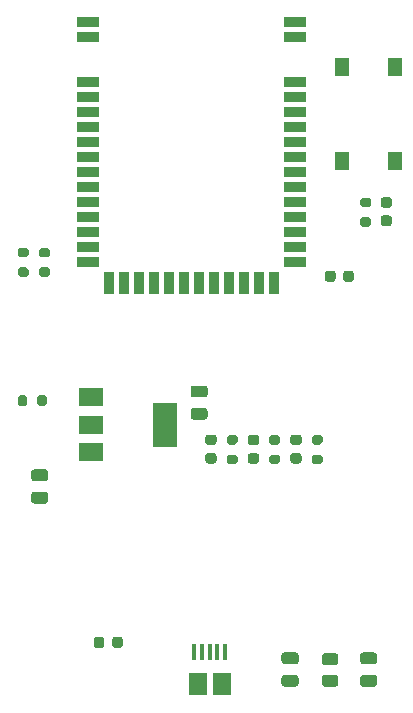
<source format=gbr>
%TF.GenerationSoftware,KiCad,Pcbnew,(5.1.10)-1*%
%TF.CreationDate,2022-01-17T18:11:01+07:00*%
%TF.ProjectId,CC2640R2F Module,43433236-3430-4523-9246-204d6f64756c,rev?*%
%TF.SameCoordinates,Original*%
%TF.FileFunction,Paste,Top*%
%TF.FilePolarity,Positive*%
%FSLAX46Y46*%
G04 Gerber Fmt 4.6, Leading zero omitted, Abs format (unit mm)*
G04 Created by KiCad (PCBNEW (5.1.10)-1) date 2022-01-17 18:11:01*
%MOMM*%
%LPD*%
G01*
G04 APERTURE LIST*
%ADD10R,1.500000X1.900000*%
%ADD11R,0.400000X1.350000*%
%ADD12R,2.000000X1.500000*%
%ADD13R,2.000000X3.800000*%
%ADD14R,1.300000X1.550000*%
%ADD15R,1.900000X0.900000*%
%ADD16R,0.900000X1.900000*%
G04 APERTURE END LIST*
D10*
%TO.C,JTAG CONNECTOR*%
X124800000Y-69250000D03*
D11*
X125800000Y-66550000D03*
X126450000Y-66550000D03*
X127100000Y-66550000D03*
X124500000Y-66550000D03*
X125150000Y-66550000D03*
D10*
X126800000Y-69250000D03*
%TD*%
D12*
%TO.C,U1*%
X115750000Y-45000000D03*
X115750000Y-49600000D03*
X115750000Y-47300000D03*
D13*
X122050000Y-47300000D03*
%TD*%
D14*
%TO.C,SW1*%
X141500000Y-17050000D03*
X137000000Y-17050000D03*
X137000000Y-25000000D03*
X141500000Y-25000000D03*
%TD*%
%TO.C,R34*%
G36*
G01*
X136450001Y-67687500D02*
X135549999Y-67687500D01*
G75*
G02*
X135300000Y-67437501I0J249999D01*
G01*
X135300000Y-66912499D01*
G75*
G02*
X135549999Y-66662500I249999J0D01*
G01*
X136450001Y-66662500D01*
G75*
G02*
X136700000Y-66912499I0J-249999D01*
G01*
X136700000Y-67437501D01*
G75*
G02*
X136450001Y-67687500I-249999J0D01*
G01*
G37*
G36*
G01*
X136450001Y-69512500D02*
X135549999Y-69512500D01*
G75*
G02*
X135300000Y-69262501I0J249999D01*
G01*
X135300000Y-68737499D01*
G75*
G02*
X135549999Y-68487500I249999J0D01*
G01*
X136450001Y-68487500D01*
G75*
G02*
X136700000Y-68737499I0J-249999D01*
G01*
X136700000Y-69262501D01*
G75*
G02*
X136450001Y-69512500I-249999J0D01*
G01*
G37*
%TD*%
%TO.C,R14*%
G36*
G01*
X109725000Y-34000000D02*
X110275000Y-34000000D01*
G75*
G02*
X110475000Y-34200000I0J-200000D01*
G01*
X110475000Y-34600000D01*
G75*
G02*
X110275000Y-34800000I-200000J0D01*
G01*
X109725000Y-34800000D01*
G75*
G02*
X109525000Y-34600000I0J200000D01*
G01*
X109525000Y-34200000D01*
G75*
G02*
X109725000Y-34000000I200000J0D01*
G01*
G37*
G36*
G01*
X109725000Y-32350000D02*
X110275000Y-32350000D01*
G75*
G02*
X110475000Y-32550000I0J-200000D01*
G01*
X110475000Y-32950000D01*
G75*
G02*
X110275000Y-33150000I-200000J0D01*
G01*
X109725000Y-33150000D01*
G75*
G02*
X109525000Y-32950000I0J200000D01*
G01*
X109525000Y-32550000D01*
G75*
G02*
X109725000Y-32350000I200000J0D01*
G01*
G37*
%TD*%
%TO.C,R13*%
G36*
G01*
X111525000Y-34000000D02*
X112075000Y-34000000D01*
G75*
G02*
X112275000Y-34200000I0J-200000D01*
G01*
X112275000Y-34600000D01*
G75*
G02*
X112075000Y-34800000I-200000J0D01*
G01*
X111525000Y-34800000D01*
G75*
G02*
X111325000Y-34600000I0J200000D01*
G01*
X111325000Y-34200000D01*
G75*
G02*
X111525000Y-34000000I200000J0D01*
G01*
G37*
G36*
G01*
X111525000Y-32350000D02*
X112075000Y-32350000D01*
G75*
G02*
X112275000Y-32550000I0J-200000D01*
G01*
X112275000Y-32950000D01*
G75*
G02*
X112075000Y-33150000I-200000J0D01*
G01*
X111525000Y-33150000D01*
G75*
G02*
X111325000Y-32950000I0J200000D01*
G01*
X111325000Y-32550000D01*
G75*
G02*
X111525000Y-32350000I200000J0D01*
G01*
G37*
%TD*%
%TO.C,R11*%
G36*
G01*
X138725000Y-29750000D02*
X139275000Y-29750000D01*
G75*
G02*
X139475000Y-29950000I0J-200000D01*
G01*
X139475000Y-30350000D01*
G75*
G02*
X139275000Y-30550000I-200000J0D01*
G01*
X138725000Y-30550000D01*
G75*
G02*
X138525000Y-30350000I0J200000D01*
G01*
X138525000Y-29950000D01*
G75*
G02*
X138725000Y-29750000I200000J0D01*
G01*
G37*
G36*
G01*
X138725000Y-28100000D02*
X139275000Y-28100000D01*
G75*
G02*
X139475000Y-28300000I0J-200000D01*
G01*
X139475000Y-28700000D01*
G75*
G02*
X139275000Y-28900000I-200000J0D01*
G01*
X138725000Y-28900000D01*
G75*
G02*
X138525000Y-28700000I0J200000D01*
G01*
X138525000Y-28300000D01*
G75*
G02*
X138725000Y-28100000I200000J0D01*
G01*
G37*
%TD*%
%TO.C,R9*%
G36*
G01*
X127975000Y-48995000D02*
X127425000Y-48995000D01*
G75*
G02*
X127225000Y-48795000I0J200000D01*
G01*
X127225000Y-48395000D01*
G75*
G02*
X127425000Y-48195000I200000J0D01*
G01*
X127975000Y-48195000D01*
G75*
G02*
X128175000Y-48395000I0J-200000D01*
G01*
X128175000Y-48795000D01*
G75*
G02*
X127975000Y-48995000I-200000J0D01*
G01*
G37*
G36*
G01*
X127975000Y-50645000D02*
X127425000Y-50645000D01*
G75*
G02*
X127225000Y-50445000I0J200000D01*
G01*
X127225000Y-50045000D01*
G75*
G02*
X127425000Y-49845000I200000J0D01*
G01*
X127975000Y-49845000D01*
G75*
G02*
X128175000Y-50045000I0J-200000D01*
G01*
X128175000Y-50445000D01*
G75*
G02*
X127975000Y-50645000I-200000J0D01*
G01*
G37*
%TD*%
%TO.C,R8*%
G36*
G01*
X131575000Y-48995000D02*
X131025000Y-48995000D01*
G75*
G02*
X130825000Y-48795000I0J200000D01*
G01*
X130825000Y-48395000D01*
G75*
G02*
X131025000Y-48195000I200000J0D01*
G01*
X131575000Y-48195000D01*
G75*
G02*
X131775000Y-48395000I0J-200000D01*
G01*
X131775000Y-48795000D01*
G75*
G02*
X131575000Y-48995000I-200000J0D01*
G01*
G37*
G36*
G01*
X131575000Y-50645000D02*
X131025000Y-50645000D01*
G75*
G02*
X130825000Y-50445000I0J200000D01*
G01*
X130825000Y-50045000D01*
G75*
G02*
X131025000Y-49845000I200000J0D01*
G01*
X131575000Y-49845000D01*
G75*
G02*
X131775000Y-50045000I0J-200000D01*
G01*
X131775000Y-50445000D01*
G75*
G02*
X131575000Y-50645000I-200000J0D01*
G01*
G37*
%TD*%
%TO.C,R7*%
G36*
G01*
X135175000Y-48995000D02*
X134625000Y-48995000D01*
G75*
G02*
X134425000Y-48795000I0J200000D01*
G01*
X134425000Y-48395000D01*
G75*
G02*
X134625000Y-48195000I200000J0D01*
G01*
X135175000Y-48195000D01*
G75*
G02*
X135375000Y-48395000I0J-200000D01*
G01*
X135375000Y-48795000D01*
G75*
G02*
X135175000Y-48995000I-200000J0D01*
G01*
G37*
G36*
G01*
X135175000Y-50645000D02*
X134625000Y-50645000D01*
G75*
G02*
X134425000Y-50445000I0J200000D01*
G01*
X134425000Y-50045000D01*
G75*
G02*
X134625000Y-49845000I200000J0D01*
G01*
X135175000Y-49845000D01*
G75*
G02*
X135375000Y-50045000I0J-200000D01*
G01*
X135375000Y-50445000D01*
G75*
G02*
X135175000Y-50645000I-200000J0D01*
G01*
G37*
%TD*%
%TO.C,R1*%
G36*
G01*
X111200000Y-45575000D02*
X111200000Y-45025000D01*
G75*
G02*
X111400000Y-44825000I200000J0D01*
G01*
X111800000Y-44825000D01*
G75*
G02*
X112000000Y-45025000I0J-200000D01*
G01*
X112000000Y-45575000D01*
G75*
G02*
X111800000Y-45775000I-200000J0D01*
G01*
X111400000Y-45775000D01*
G75*
G02*
X111200000Y-45575000I0J200000D01*
G01*
G37*
G36*
G01*
X109550000Y-45575000D02*
X109550000Y-45025000D01*
G75*
G02*
X109750000Y-44825000I200000J0D01*
G01*
X110150000Y-44825000D01*
G75*
G02*
X110350000Y-45025000I0J-200000D01*
G01*
X110350000Y-45575000D01*
G75*
G02*
X110150000Y-45775000I-200000J0D01*
G01*
X109750000Y-45775000D01*
G75*
G02*
X109550000Y-45575000I0J200000D01*
G01*
G37*
%TD*%
D15*
%TO.C,M1*%
X132980000Y-13240000D03*
X132980000Y-14510000D03*
X132980000Y-18320000D03*
X132980000Y-19590000D03*
X132980000Y-20860000D03*
X132980000Y-22130000D03*
X132980000Y-23400000D03*
X132980000Y-24670000D03*
X132980000Y-25940000D03*
X132980000Y-27210000D03*
X132980000Y-28480000D03*
X132980000Y-29750000D03*
X132980000Y-31020000D03*
X132980000Y-32290000D03*
X115480000Y-13250000D03*
X115480000Y-14520000D03*
X115480000Y-18330000D03*
X115480000Y-19600000D03*
X115480000Y-20870000D03*
X115480000Y-22140000D03*
X115480000Y-23410000D03*
X115480000Y-24680000D03*
X115480000Y-25950000D03*
X115480000Y-27220000D03*
X115480000Y-28490000D03*
X115480000Y-29760000D03*
X115480000Y-31030000D03*
X115480000Y-32300000D03*
X115480000Y-33570000D03*
D16*
X117230000Y-35330000D03*
X118500000Y-35330000D03*
X119770000Y-35330000D03*
X121040000Y-35330000D03*
X122310000Y-35330000D03*
X123580000Y-35330000D03*
X124850000Y-35330000D03*
X126120000Y-35330000D03*
X127390000Y-35330000D03*
X128660000Y-35330000D03*
X129930000Y-35330000D03*
X131200000Y-35330000D03*
D15*
X132980000Y-33560000D03*
%TD*%
%TO.C,L3*%
G36*
G01*
X116862500Y-65493750D02*
X116862500Y-66006250D01*
G75*
G02*
X116643750Y-66225000I-218750J0D01*
G01*
X116206250Y-66225000D01*
G75*
G02*
X115987500Y-66006250I0J218750D01*
G01*
X115987500Y-65493750D01*
G75*
G02*
X116206250Y-65275000I218750J0D01*
G01*
X116643750Y-65275000D01*
G75*
G02*
X116862500Y-65493750I0J-218750D01*
G01*
G37*
G36*
G01*
X118437500Y-65493750D02*
X118437500Y-66006250D01*
G75*
G02*
X118218750Y-66225000I-218750J0D01*
G01*
X117781250Y-66225000D01*
G75*
G02*
X117562500Y-66006250I0J218750D01*
G01*
X117562500Y-65493750D01*
G75*
G02*
X117781250Y-65275000I218750J0D01*
G01*
X118218750Y-65275000D01*
G75*
G02*
X118437500Y-65493750I0J-218750D01*
G01*
G37*
%TD*%
%TO.C,D5*%
G36*
G01*
X126156250Y-49030000D02*
X125643750Y-49030000D01*
G75*
G02*
X125425000Y-48811250I0J218750D01*
G01*
X125425000Y-48373750D01*
G75*
G02*
X125643750Y-48155000I218750J0D01*
G01*
X126156250Y-48155000D01*
G75*
G02*
X126375000Y-48373750I0J-218750D01*
G01*
X126375000Y-48811250D01*
G75*
G02*
X126156250Y-49030000I-218750J0D01*
G01*
G37*
G36*
G01*
X126156250Y-50605000D02*
X125643750Y-50605000D01*
G75*
G02*
X125425000Y-50386250I0J218750D01*
G01*
X125425000Y-49948750D01*
G75*
G02*
X125643750Y-49730000I218750J0D01*
G01*
X126156250Y-49730000D01*
G75*
G02*
X126375000Y-49948750I0J-218750D01*
G01*
X126375000Y-50386250D01*
G75*
G02*
X126156250Y-50605000I-218750J0D01*
G01*
G37*
%TD*%
%TO.C,D4*%
G36*
G01*
X129756250Y-49030000D02*
X129243750Y-49030000D01*
G75*
G02*
X129025000Y-48811250I0J218750D01*
G01*
X129025000Y-48373750D01*
G75*
G02*
X129243750Y-48155000I218750J0D01*
G01*
X129756250Y-48155000D01*
G75*
G02*
X129975000Y-48373750I0J-218750D01*
G01*
X129975000Y-48811250D01*
G75*
G02*
X129756250Y-49030000I-218750J0D01*
G01*
G37*
G36*
G01*
X129756250Y-50605000D02*
X129243750Y-50605000D01*
G75*
G02*
X129025000Y-50386250I0J218750D01*
G01*
X129025000Y-49948750D01*
G75*
G02*
X129243750Y-49730000I218750J0D01*
G01*
X129756250Y-49730000D01*
G75*
G02*
X129975000Y-49948750I0J-218750D01*
G01*
X129975000Y-50386250D01*
G75*
G02*
X129756250Y-50605000I-218750J0D01*
G01*
G37*
%TD*%
%TO.C,D3*%
G36*
G01*
X133356250Y-49030000D02*
X132843750Y-49030000D01*
G75*
G02*
X132625000Y-48811250I0J218750D01*
G01*
X132625000Y-48373750D01*
G75*
G02*
X132843750Y-48155000I218750J0D01*
G01*
X133356250Y-48155000D01*
G75*
G02*
X133575000Y-48373750I0J-218750D01*
G01*
X133575000Y-48811250D01*
G75*
G02*
X133356250Y-49030000I-218750J0D01*
G01*
G37*
G36*
G01*
X133356250Y-50605000D02*
X132843750Y-50605000D01*
G75*
G02*
X132625000Y-50386250I0J218750D01*
G01*
X132625000Y-49948750D01*
G75*
G02*
X132843750Y-49730000I218750J0D01*
G01*
X133356250Y-49730000D01*
G75*
G02*
X133575000Y-49948750I0J-218750D01*
G01*
X133575000Y-50386250D01*
G75*
G02*
X133356250Y-50605000I-218750J0D01*
G01*
G37*
%TD*%
%TO.C,C24*%
G36*
G01*
X138775000Y-68500000D02*
X139725000Y-68500000D01*
G75*
G02*
X139975000Y-68750000I0J-250000D01*
G01*
X139975000Y-69250000D01*
G75*
G02*
X139725000Y-69500000I-250000J0D01*
G01*
X138775000Y-69500000D01*
G75*
G02*
X138525000Y-69250000I0J250000D01*
G01*
X138525000Y-68750000D01*
G75*
G02*
X138775000Y-68500000I250000J0D01*
G01*
G37*
G36*
G01*
X138775000Y-66600000D02*
X139725000Y-66600000D01*
G75*
G02*
X139975000Y-66850000I0J-250000D01*
G01*
X139975000Y-67350000D01*
G75*
G02*
X139725000Y-67600000I-250000J0D01*
G01*
X138775000Y-67600000D01*
G75*
G02*
X138525000Y-67350000I0J250000D01*
G01*
X138525000Y-66850000D01*
G75*
G02*
X138775000Y-66600000I250000J0D01*
G01*
G37*
%TD*%
%TO.C,C23*%
G36*
G01*
X132125000Y-68500000D02*
X133075000Y-68500000D01*
G75*
G02*
X133325000Y-68750000I0J-250000D01*
G01*
X133325000Y-69250000D01*
G75*
G02*
X133075000Y-69500000I-250000J0D01*
G01*
X132125000Y-69500000D01*
G75*
G02*
X131875000Y-69250000I0J250000D01*
G01*
X131875000Y-68750000D01*
G75*
G02*
X132125000Y-68500000I250000J0D01*
G01*
G37*
G36*
G01*
X132125000Y-66600000D02*
X133075000Y-66600000D01*
G75*
G02*
X133325000Y-66850000I0J-250000D01*
G01*
X133325000Y-67350000D01*
G75*
G02*
X133075000Y-67600000I-250000J0D01*
G01*
X132125000Y-67600000D01*
G75*
G02*
X131875000Y-67350000I0J250000D01*
G01*
X131875000Y-66850000D01*
G75*
G02*
X132125000Y-66600000I250000J0D01*
G01*
G37*
%TD*%
%TO.C,C9*%
G36*
G01*
X141000000Y-28950000D02*
X140500000Y-28950000D01*
G75*
G02*
X140275000Y-28725000I0J225000D01*
G01*
X140275000Y-28275000D01*
G75*
G02*
X140500000Y-28050000I225000J0D01*
G01*
X141000000Y-28050000D01*
G75*
G02*
X141225000Y-28275000I0J-225000D01*
G01*
X141225000Y-28725000D01*
G75*
G02*
X141000000Y-28950000I-225000J0D01*
G01*
G37*
G36*
G01*
X141000000Y-30500000D02*
X140500000Y-30500000D01*
G75*
G02*
X140275000Y-30275000I0J225000D01*
G01*
X140275000Y-29825000D01*
G75*
G02*
X140500000Y-29600000I225000J0D01*
G01*
X141000000Y-29600000D01*
G75*
G02*
X141225000Y-29825000I0J-225000D01*
G01*
X141225000Y-30275000D01*
G75*
G02*
X141000000Y-30500000I-225000J0D01*
G01*
G37*
%TD*%
%TO.C,C8*%
G36*
G01*
X136450000Y-34500000D02*
X136450000Y-35000000D01*
G75*
G02*
X136225000Y-35225000I-225000J0D01*
G01*
X135775000Y-35225000D01*
G75*
G02*
X135550000Y-35000000I0J225000D01*
G01*
X135550000Y-34500000D01*
G75*
G02*
X135775000Y-34275000I225000J0D01*
G01*
X136225000Y-34275000D01*
G75*
G02*
X136450000Y-34500000I0J-225000D01*
G01*
G37*
G36*
G01*
X138000000Y-34500000D02*
X138000000Y-35000000D01*
G75*
G02*
X137775000Y-35225000I-225000J0D01*
G01*
X137325000Y-35225000D01*
G75*
G02*
X137100000Y-35000000I0J225000D01*
G01*
X137100000Y-34500000D01*
G75*
G02*
X137325000Y-34275000I225000J0D01*
G01*
X137775000Y-34275000D01*
G75*
G02*
X138000000Y-34500000I0J-225000D01*
G01*
G37*
%TD*%
%TO.C,C2*%
G36*
G01*
X125375000Y-45000000D02*
X124425000Y-45000000D01*
G75*
G02*
X124175000Y-44750000I0J250000D01*
G01*
X124175000Y-44250000D01*
G75*
G02*
X124425000Y-44000000I250000J0D01*
G01*
X125375000Y-44000000D01*
G75*
G02*
X125625000Y-44250000I0J-250000D01*
G01*
X125625000Y-44750000D01*
G75*
G02*
X125375000Y-45000000I-250000J0D01*
G01*
G37*
G36*
G01*
X125375000Y-46900000D02*
X124425000Y-46900000D01*
G75*
G02*
X124175000Y-46650000I0J250000D01*
G01*
X124175000Y-46150000D01*
G75*
G02*
X124425000Y-45900000I250000J0D01*
G01*
X125375000Y-45900000D01*
G75*
G02*
X125625000Y-46150000I0J-250000D01*
G01*
X125625000Y-46650000D01*
G75*
G02*
X125375000Y-46900000I-250000J0D01*
G01*
G37*
%TD*%
%TO.C,C1*%
G36*
G01*
X111875000Y-52100000D02*
X110925000Y-52100000D01*
G75*
G02*
X110675000Y-51850000I0J250000D01*
G01*
X110675000Y-51350000D01*
G75*
G02*
X110925000Y-51100000I250000J0D01*
G01*
X111875000Y-51100000D01*
G75*
G02*
X112125000Y-51350000I0J-250000D01*
G01*
X112125000Y-51850000D01*
G75*
G02*
X111875000Y-52100000I-250000J0D01*
G01*
G37*
G36*
G01*
X111875000Y-54000000D02*
X110925000Y-54000000D01*
G75*
G02*
X110675000Y-53750000I0J250000D01*
G01*
X110675000Y-53250000D01*
G75*
G02*
X110925000Y-53000000I250000J0D01*
G01*
X111875000Y-53000000D01*
G75*
G02*
X112125000Y-53250000I0J-250000D01*
G01*
X112125000Y-53750000D01*
G75*
G02*
X111875000Y-54000000I-250000J0D01*
G01*
G37*
%TD*%
M02*

</source>
